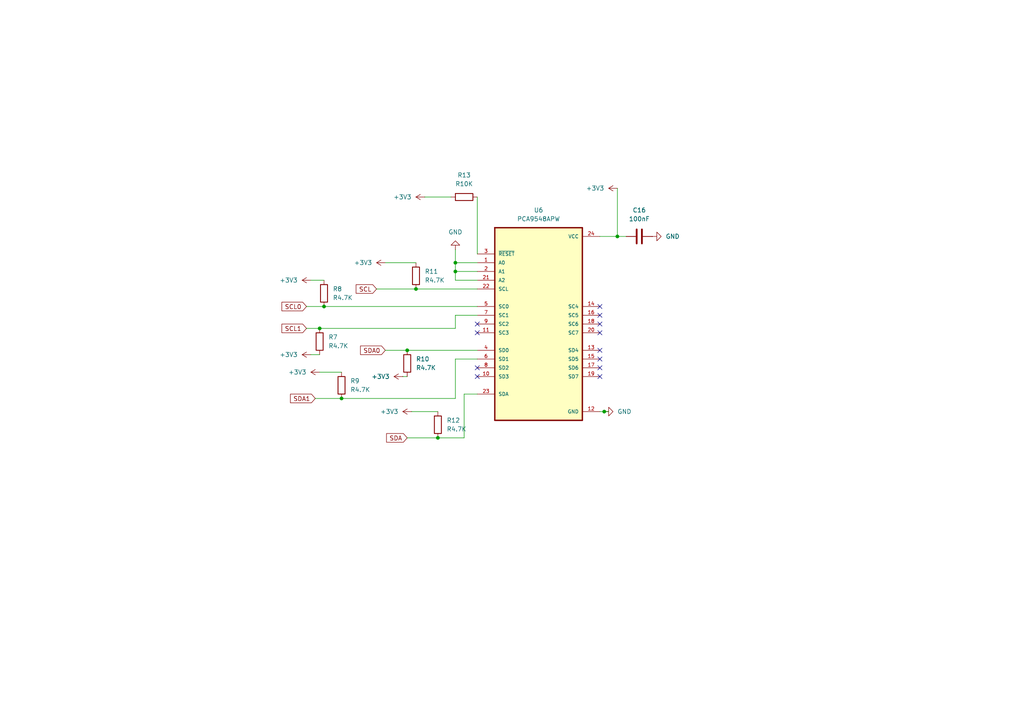
<source format=kicad_sch>
(kicad_sch (version 20231120) (generator "eeschema") (generator_version "8.0")
  (paper "A4")
  (lib_symbols
    (symbol "Device:C" (pin_numbers hide) (pin_names (offset 0.254))
      (property "Reference" "C" (at 0.635 2.54 0))
      (property "Value" "C" (at 0.635 -2.54 0))
      (symbol "C_0_1"
        (polyline (pts (xy -2.032 -0.762) (xy 2.032 -0.762)) (stroke (width 0.508)))
        (polyline (pts (xy -2.032 0.762) (xy 2.032 0.762)) (stroke (width 0.508)))
      )
      (symbol "C_1_1"
        (pin passive line (at 0 3.81 270) (length 2.794) (name "~") (number "1"))
        (pin passive line (at 0 -3.81 90) (length 2.794) (name "~") (number "2"))
      )
    )
    (symbol "Device:R" (pin_numbers hide) (pin_names (offset 0))
      (property "Reference" "R" (at 2.032 0 90))
      (property "Value" "R" (at 0 0 90))
      (symbol "R_0_1"
        (rectangle (start -1.016 -2.54) (end 1.016 2.54) (stroke (width 0.254)))
      )
      (symbol "R_1_1"
        (pin passive line (at 0 3.81 270) (length 1.27) (name "~") (number "1"))
        (pin passive line (at 0 -3.81 90) (length 1.27) (name "~") (number "2"))
      )
    )
    (symbol "SF_Library:PCA9548APW" (pin_names (offset 1.016))
      (property "Reference" "U" (at -12.7 28.94 0))
      (property "Value" "PCA9548APW" (at -12.7 -31.94 0))
      (symbol "PCA9548APW_0_0"
        (rectangle (start -12.7 -27.94) (end 12.7 27.94) (stroke (width 0.41)) (fill (type background)))
        (pin input line (at -17.78 17.78 0) (length 5.08) (name "A0") (number "1"))
        (pin bidirectional line (at -17.78 -15.24 0) (length 5.08) (name "SD3") (number "10"))
        (pin bidirectional line (at -17.78 -2.54 0) (length 5.08) (name "SC3") (number "11"))
        (pin power_in line (at 17.78 -25.4 180) (length 5.08) (name "GND") (number "12"))
        (pin bidirectional line (at 17.78 -7.62 180) (length 5.08) (name "SD4") (number "13"))
        (pin bidirectional line (at 17.78 5.08 180) (length 5.08) (name "SC4") (number "14"))
        (pin bidirectional line (at 17.78 -10.16 180) (length 5.08) (name "SD5") (number "15"))
        (pin bidirectional line (at 17.78 2.54 180) (length 5.08) (name "SC5") (number "16"))
        (pin bidirectional line (at 17.78 -12.7 180) (length 5.08) (name "SD6") (number "17"))
        (pin bidirectional line (at 17.78 0 180) (length 5.08) (name "SC6") (number "18"))
        (pin bidirectional line (at 17.78 -15.24 180) (length 5.08) (name "SD7") (number "19"))
        (pin input line (at -17.78 15.24 0) (length 5.08) (name "A1") (number "2"))
        (pin bidirectional line (at 17.78 -2.54 180) (length 5.08) (name "SC7") (number "20"))
        (pin input line (at -17.78 12.7 0) (length 5.08) (name "A2") (number "21"))
        (pin input line (at -17.78 10.16 0) (length 5.08) (name "SCL") (number "22"))
        (pin bidirectional line (at -17.78 -20.32 0) (length 5.08) (name "SDA") (number "23"))
        (pin power_in line (at 17.78 25.4 180) (length 5.08) (name "VCC") (number "24"))
        (pin input line (at -17.78 20.32 0) (length 5.08) (name "~{RESET}") (number "3"))
        (pin bidirectional line (at -17.78 -7.62 0) (length 5.08) (name "SD0") (number "4"))
        (pin bidirectional line (at -17.78 5.08 0) (length 5.08) (name "SC0") (number "5"))
        (pin bidirectional line (at -17.78 -10.16 0) (length 5.08) (name "SD1") (number "6"))
        (pin bidirectional line (at -17.78 2.54 0) (length 5.08) (name "SC1") (number "7"))
        (pin bidirectional line (at -17.78 -12.7 0) (length 5.08) (name "SD2") (number "8"))
        (pin bidirectional line (at -17.78 0 0) (length 5.08) (name "SC2") (number "9"))
      )
    )
    (symbol "power:+3V3" (power) (pin_numbers hide) (pin_names (offset 0) hide)
      (property "Value" "+3V3" (at 0 3.556 0))
      (symbol "+3V3_0_1"
        (polyline (pts (xy -0.762 1.27) (xy 0 2.54)))
        (polyline (pts (xy 0 0) (xy 0 2.54)))
        (polyline (pts (xy 0 2.54) (xy 0.762 1.27)))
      )
      (symbol "+3V3_1_1"
        (pin power_in line (at 0 0 90) (length 0) (name "~") (number "1"))
      )
    )
    (symbol "power:GND" (power) (pin_numbers hide) (pin_names (offset 0) hide)
      (property "Value" "GND" (at 0 -3.81 0))
      (symbol "GND_0_1"
        (polyline (pts (xy 0 0) (xy 0 -1.27) (xy 1.27 -1.27) (xy 0 -2.54) (xy -1.27 -1.27) (xy 0 -1.27)))
      )
      (symbol "GND_1_1"
        (pin power_in line (at 0 0 270) (length 0) (name "~") (number "1"))
      )
    )
  )
  (junction (at 132.08 78.74))
  (junction (at 92.71 95.25))
  (junction (at 127 127))
  (junction (at 120.65 83.82))
  (junction (at 99.06 115.57))
  (junction (at 118.11 101.6))
  (junction (at 175.26 119.38))
  (junction (at 93.98 88.9))
  (junction (at 132.08 76.2))
  (junction (at 179.07 68.58))
  (no_connect (at 173.99 93.98))
  (no_connect (at 173.99 104.14))
  (no_connect (at 173.99 109.22))
  (no_connect (at 138.43 96.52))
  (no_connect (at 138.43 106.68))
  (no_connect (at 138.43 93.98))
  (no_connect (at 173.99 106.68))
  (no_connect (at 173.99 91.44))
  (no_connect (at 138.43 109.22))
  (no_connect (at 173.99 88.9))
  (no_connect (at 173.99 101.6))
  (no_connect (at 173.99 96.52))
  (wire (pts (xy 175.26 119.38) (xy 173.99 119.38)))
  (wire (pts (xy 132.08 76.2) (xy 132.08 78.74)))
  (wire (pts (xy 179.07 68.58) (xy 181.61 68.58)))
  (wire (pts (xy 92.71 107.95) (xy 99.06 107.95)))
  (wire (pts (xy 132.08 76.2) (xy 138.43 76.2)))
  (wire (pts (xy 138.43 81.28) (xy 132.08 81.28)))
  (wire (pts (xy 118.11 101.6) (xy 138.43 101.6)))
  (wire (pts (xy 88.9 88.9) (xy 93.98 88.9)))
  (wire (pts (xy 132.08 78.74) (xy 138.43 78.74)))
  (wire (pts (xy 179.07 68.58) (xy 173.99 68.58)))
  (wire (pts (xy 119.38 119.38) (xy 127 119.38)))
  (wire (pts (xy 132.08 78.74) (xy 132.08 81.28)))
  (wire (pts (xy 99.06 115.57) (xy 132.08 115.57)))
  (wire (pts (xy 179.07 54.61) (xy 179.07 68.58)))
  (wire (pts (xy 92.71 95.25) (xy 132.08 95.25)))
  (wire (pts (xy 109.22 83.82) (xy 120.65 83.82)))
  (wire (pts (xy 132.08 72.39) (xy 132.08 76.2)))
  (wire (pts (xy 91.44 115.57) (xy 99.06 115.57)))
  (wire (pts (xy 134.62 114.3) (xy 138.43 114.3)))
  (wire (pts (xy 118.11 127) (xy 127 127)))
  (wire (pts (xy 93.98 88.9) (xy 138.43 88.9)))
  (wire (pts (xy 111.76 101.6) (xy 118.11 101.6)))
  (wire (pts (xy 120.65 83.82) (xy 138.43 83.82)))
  (wire (pts (xy 123.19 57.15) (xy 130.81 57.15)))
  (wire (pts (xy 176.53 119.38) (xy 175.26 119.38)))
  (wire (pts (xy 132.08 104.14) (xy 138.43 104.14)))
  (wire (pts (xy 134.62 127) (xy 134.62 114.3)))
  (wire (pts (xy 138.43 57.15) (xy 138.43 73.66)))
  (wire (pts (xy 88.9 95.25) (xy 92.71 95.25)))
  (wire (pts (xy 120.65 76.2) (xy 111.76 76.2)))
  (wire (pts (xy 116.84 109.22) (xy 118.11 109.22)))
  (wire (pts (xy 90.17 81.28) (xy 93.98 81.28)))
  (wire (pts (xy 132.08 95.25) (xy 132.08 91.44)))
  (wire (pts (xy 90.17 102.87) (xy 92.71 102.87)))
  (wire (pts (xy 132.08 91.44) (xy 138.43 91.44)))
  (wire (pts (xy 132.08 104.14) (xy 132.08 115.57)))
  (wire (pts (xy 127 127) (xy 134.62 127)))
  (global_label "SDA" (shape input) (at 118.11 127 180) (property "Intersheetrefs" "${INTERSHEET_REFS}" (effects (hide yes))))
  (global_label "SCL0" (shape input) (at 88.9 88.9 180) (property "Intersheetrefs" "${INTERSHEET_REFS}" (effects (hide yes))))
  (global_label "SDA0" (shape input) (at 111.76 101.6 180) (property "Intersheetrefs" "${INTERSHEET_REFS}" (effects (hide yes))))
  (global_label "SCL" (shape input) (at 109.22 83.82 180) (property "Intersheetrefs" "${INTERSHEET_REFS}" (effects (hide yes))))
  (global_label "SCL1" (shape input) (at 88.9 95.25 180) (property "Intersheetrefs" "${INTERSHEET_REFS}" (effects (hide yes))))
  (global_label "SDA1" (shape input) (at 91.44 115.57 180) (property "Intersheetrefs" "${INTERSHEET_REFS}" (effects (hide yes))))
  (symbol (lib_id "Device:R") (at 92.71 99.06 180) (unit 1)
    (property "Reference" "R7" (at 95.25 97.7899 0) (effects (justify right)))
    (property "Value" "R4.7K" (at 95.25 100.3299 0) (effects (justify right)))
    (property "Footprint" "Resistor_SMD:R_0402_1005Metric_Pad0.72x0.64mm_HandSolder" (effects (hide yes)))
    (property "Description" "Resistor" (effects (hide yes)))
  )
  (symbol (lib_id "Device:R") (at 99.06 111.76 180) (unit 1)
    (property "Reference" "R9" (at 101.6 110.4899 0) (effects (justify right)))
    (property "Value" "R4.7K" (at 101.6 113.0299 0) (effects (justify right)))
    (property "Footprint" "Resistor_SMD:R_0402_1005Metric_Pad0.72x0.64mm_HandSolder" (effects (hide yes)))
    (property "Description" "Resistor" (effects (hide yes)))
  )
  (symbol (lib_id "Device:R") (at 134.62 57.15 90) (unit 1)
    (property "Reference" "R13" (at 134.62 50.8 90))
    (property "Value" "R10K" (at 134.62 53.34 90))
    (property "Footprint" "Resistor_SMD:R_0402_1005Metric_Pad0.72x0.64mm_HandSolder" (effects (hide yes)))
    (property "Description" "Resistor" (effects (hide yes)))
  )
  (symbol (lib_id "power:+3V3") (at 179.07 54.61 90) (unit 1)
    (property "Reference" "#PWR056" (effects (hide yes)))
    (property "Value" "+3V3" (at 175.26 54.6099 90) (effects (justify left)))
    (property "Description" "Power symbol creates a global label with name \"+3V3\"" (effects (hide yes)))
  )
  (symbol (lib_id "power:GND") (at 189.23 68.58 90) (unit 1)
    (property "Reference" "#PWR057" (effects (hide yes)))
    (property "Value" "GND" (at 193.04 68.5799 90) (effects (justify right)))
    (property "Description" "Power symbol creates a global label with name \"GND\" , ground" (effects (hide yes)))
  )
  (symbol (lib_id "Device:R") (at 118.11 105.41 180) (unit 1)
    (property "Reference" "R10" (at 120.65 104.1399 0) (effects (justify right)))
    (property "Value" "R4.7K" (at 120.65 106.6799 0) (effects (justify right)))
    (property "Footprint" "Resistor_SMD:R_0402_1005Metric_Pad0.72x0.64mm_HandSolder" (effects (hide yes)))
    (property "Description" "Resistor" (effects (hide yes)))
  )
  (symbol (lib_id "power:+3V3") (at 116.84 109.22 90) (unit 1)
    (property "Reference" "#PWR051" (effects (hide yes)))
    (property "Value" "+3V3" (at 113.03 109.2199 90) (effects (justify left)))
    (property "Description" "Power symbol creates a global label with name \"+3V3\"" (effects (hide yes)))
  )
  (symbol (lib_id "power:GND") (at 132.08 72.39 180) (unit 1)
    (property "Reference" "#PWR054" (effects (hide yes)))
    (property "Value" "GND" (at 132.08 67.31 0))
    (property "Description" "Power symbol creates a global label with name \"GND\" , ground" (effects (hide yes)))
  )
  (symbol (lib_id "power:+3V3") (at 92.71 107.95 90) (unit 1)
    (property "Reference" "#PWR049" (effects (hide yes)))
    (property "Value" "+3V3" (at 88.9 107.9499 90) (effects (justify left)))
    (property "Description" "Power symbol creates a global label with name \"+3V3\"" (effects (hide yes)))
  )
  (symbol (lib_id "power:+3V3") (at 90.17 102.87 90) (unit 1)
    (property "Reference" "#PWR048" (effects (hide yes)))
    (property "Value" "+3V3" (at 86.36 102.8699 90) (effects (justify left)))
    (property "Description" "Power symbol creates a global label with name \"+3V3\"" (effects (hide yes)))
  )
  (symbol (lib_id "Device:R") (at 127 123.19 0) (unit 1)
    (property "Reference" "R12" (at 129.54 121.9199 0) (effects (justify left)))
    (property "Value" "R4.7K" (at 129.54 124.4599 0) (effects (justify left)))
    (property "Footprint" "Resistor_SMD:R_0402_1005Metric_Pad0.72x0.64mm_HandSolder" (effects (hide yes)))
    (property "Description" "Resistor" (effects (hide yes)))
  )
  (symbol (lib_id "power:GND") (at 175.26 119.38 90) (unit 1)
    (property "Reference" "#PWR055" (effects (hide yes)))
    (property "Value" "GND" (at 179.07 119.3799 90) (effects (justify right)))
    (property "Description" "Power symbol creates a global label with name \"GND\" , ground" (effects (hide yes)))
  )
  (symbol (lib_id "Device:R") (at 120.65 80.01 180) (unit 1)
    (property "Reference" "R11" (at 123.19 78.7399 0) (effects (justify right)))
    (property "Value" "R4.7K" (at 123.19 81.2799 0) (effects (justify right)))
    (property "Footprint" "Resistor_SMD:R_0402_1005Metric_Pad0.72x0.64mm_HandSolder" (effects (hide yes)))
    (property "Description" "Resistor" (effects (hide yes)))
  )
  (symbol (lib_id "power:+3V3") (at 111.76 76.2 90) (unit 1)
    (property "Reference" "#PWR050" (effects (hide yes)))
    (property "Value" "+3V3" (at 107.95 76.1999 90) (effects (justify left)))
    (property "Description" "Power symbol creates a global label with name \"+3V3\"" (effects (hide yes)))
  )
  (symbol (lib_id "power:+3V3") (at 123.19 57.15 90) (unit 1)
    (property "Reference" "#PWR053" (effects (hide yes)))
    (property "Value" "+3V3" (at 119.38 57.1499 90) (effects (justify left)))
    (property "Description" "Power symbol creates a global label with name \"+3V3\"" (effects (hide yes)))
  )
  (symbol (lib_id "SF_Library:PCA9548APW") (at 156.21 93.98 0) (unit 1)
    (property "Reference" "U6" (at 156.21 60.96 0))
    (property "Value" "PCA9548APW" (at 156.21 63.5 0))
    (property "Footprint" "SFLibrary:SOP65P640X120-24N" (effects (hide yes)))
    (property "MF" "Texas Instruments" (effects (hide yes)))
    (property "Description_1" "\n8-Channel I2C Switch With Reset 24-TSSOP -40 to 85\n" (effects (hide yes)))
    (property "Package" "TSSOP-24 Texas Instruments" (effects (hide yes)))
    (property "Price" "None" (effects (hide yes)))
    (property "SnapEDA_Link" "https://www.snapeda.com/parts/PCA9548APW/Texas+Instruments/view-part/?ref=snap" (effects (hide yes)))
    (property "MP" "PCA9548APW" (effects (hide yes)))
    (property "Availability" "In Stock" (effects (hide yes)))
    (property "Check_prices" "https://www.snapeda.com/parts/PCA9548APW/Texas+Instruments/view-part/?ref=eda" (effects (hide yes)))
  )
  (symbol (lib_id "Device:C") (at 185.42 68.58 90) (unit 1)
    (property "Reference" "C16" (at 185.42 60.96 90))
    (property "Value" "100nF" (at 185.42 63.5 90))
    (property "Footprint" "Custom_Footprints:Perfect_0402" (effects (hide yes)))
    (property "Description" "Unpolarized capacitor" (effects (hide yes)))
  )
  (symbol (lib_id "power:+3V3") (at 119.38 119.38 90) (unit 1)
    (property "Reference" "#PWR052" (effects (hide yes)))
    (property "Value" "+3V3" (at 115.57 119.3799 90) (effects (justify left)))
    (property "Description" "Power symbol creates a global label with name \"+3V3\"" (effects (hide yes)))
  )
  (symbol (lib_id "Device:R") (at 93.98 85.09 180) (unit 1)
    (property "Reference" "R8" (at 96.52 83.8199 0) (effects (justify right)))
    (property "Value" "R4.7K" (at 96.52 86.3599 0) (effects (justify right)))
    (property "Footprint" "Resistor_SMD:R_0402_1005Metric_Pad0.72x0.64mm_HandSolder" (effects (hide yes)))
    (property "Description" "Resistor" (effects (hide yes)))
  )
  (symbol (lib_id "power:+3V3") (at 90.17 81.28 90) (unit 1)
    (property "Reference" "#PWR047" (effects (hide yes)))
    (property "Value" "+3V3" (at 86.36 81.2799 90) (effects (justify left)))
    (property "Description" "Power symbol creates a global label with name \"+3V3\"" (effects (hide yes)))
  )
)
</source>
